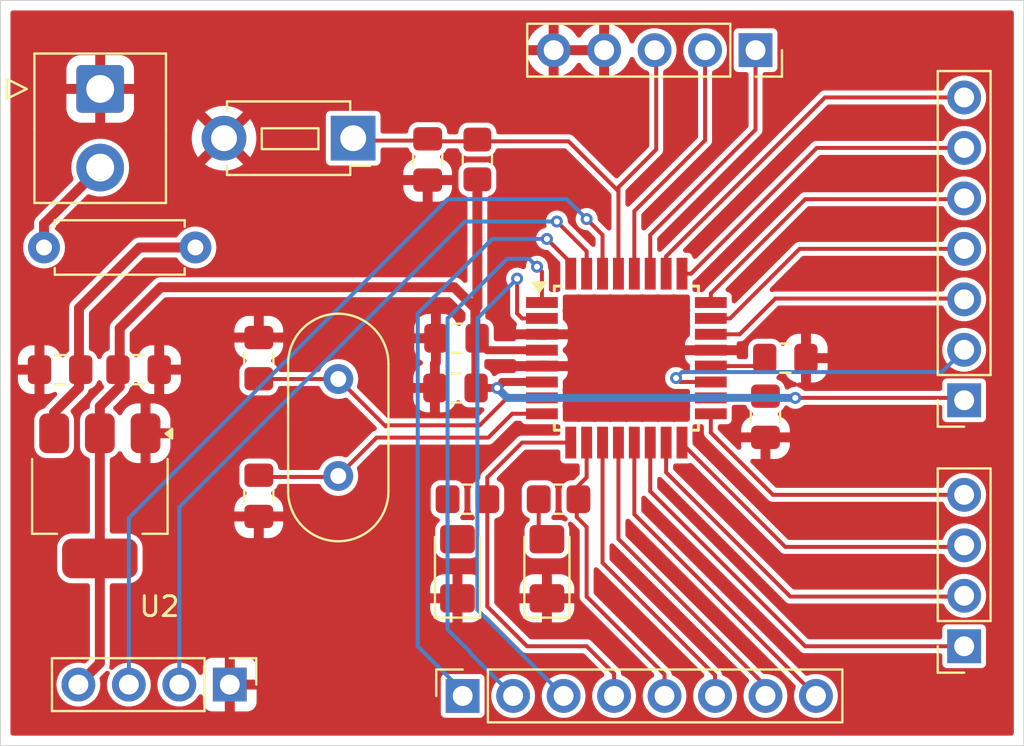
<source format=kicad_pcb>
(kicad_pcb (version 20240108) (generator "pcbnew") (generator_version "8.0")
  (layers (0 "F.Cu" signal) (31 "B.Cu" signal) (34 "B.Paste" user) (35 "F.Paste" user) (36 "B.SilkS" user "B.Silkscreen") (37 "F.SilkS" user "F.Silkscreen") (38 "B.Mask" user) (39 "F.Mask" user) (44 "Edge.Cuts" user))
  (net 0 "")
  (net 1 "GND")
  (net 2 "+5V")
  (net 3 "Net-(U1-AREF)")
  (net 4 "XTAL1_CONN")
  (net 5 "XTAL2_CONN")
  (net 6 "RESET_CONN")
  (net 7 "+7.2V")
  (net 8 "Net-(D1-A)")
  (net 9 "CS")
  (net 10 "PD7")
  (net 11 "PD4")
  (net 12 "MOSI")
  (net 13 "MISO")
  (net 14 "PD6")
  (net 15 "PD5")
  (net 16 "PD3")
  (net 17 "SCK")
  (net 18 "PB1")
  (net 19 "PB0")
  (net 20 "A7")
  (net 21 "PD2")
  (net 22 "A1")
  (net 23 "SDA_CONN")
  (net 24 "A3")
  (net 25 "A6")
  (net 26 "A0")
  (net 27 "SCL_CONN")
  (net 28 "A2")
  (net 29 "RX_CONN")
  (net 30 "TX_CONN")
  (net 31 "Net-(D2-A)")
  (net 32 "Net-(D3-A)")
  (footprint "Resistor_SMD:R_0805_2012Metric_Pad1.20x1.40mm_HandSolder" (layer "F.Cu") (at 157.5875 80.6 180)
    (property "Reference" "R2" (hide yes))
    (property "Value" "1k" (hide yes))
    (fp_line (start -0.227064 0.735) (end 0.227064 0.735) (stroke (width 0.12)) (layer "F.SilkS"))
    (fp_line (start -0.227064 -0.735) (end 0.227064 -0.735) (stroke (width 0.12)) (layer "F.SilkS"))
    (pad "1" smd roundrect (at -1 0 180) (size 1.2 1.4) (layers "F.Cu" "F.Paste" "F.Mask") (roundrect_rratio 0.208333) (net 14 "PD6"))
    (pad "2" smd roundrect (at 1 0 180) (size 1.2 1.4) (layers "F.Cu" "F.Paste" "F.Mask") (roundrect_rratio 0.208333) (net 31 "Net-(D2-A)"))
  )
  (footprint "Capacitor_SMD:C_0805_2012Metric_Pad1.18x1.45mm_HandSolder" (layer "F.Cu") (at 151 63.5 90)
    (property "Reference" "C9" (hide yes))
    (property "Value" "100nF" (hide yes))
    (fp_line (start -0.261252 -0.735) (end 0.261252 -0.735) (stroke (width 0.12)) (layer "F.SilkS"))
    (fp_line (start -0.261252 0.735) (end 0.261252 0.735) (stroke (width 0.12)) (layer "F.SilkS"))
    (pad "1" smd roundrect (at -1.0375 0 90) (size 1.175 1.45) (layers "F.Cu" "F.Paste" "F.Mask") (roundrect_rratio 0.212766) (net 1 "GND"))
    (pad "2" smd roundrect (at 1.0375 0 90) (size 1.175 1.45) (layers "F.Cu" "F.Paste" "F.Mask") (roundrect_rratio 0.212766) (net 6 "RESET_CONN"))
  )
  (footprint "Package_QFP:TQFP-32_7x7mm_P0.8mm" (layer "F.Cu") (at 161 73.5)
    (property "Reference" "U1" (hide yes))
    (property "Value" "ATmega328P-A" (hide yes))
    (fp_line (start -3.625 -3.625) (end -3.625 -3.4) (stroke (width 0.15)) (layer "F.SilkS"))
    (fp_line (start -3.625 -3.625) (end -3.3 -3.625) (stroke (width 0.15)) (layer "F.SilkS"))
    (fp_line (start -3.625 3.625) (end -3.625 3.3) (stroke (width 0.15)) (layer "F.SilkS"))
    (fp_line (start -3.625 3.625) (end -3.3 3.625) (stroke (width 0.15)) (layer "F.SilkS"))
    (fp_line (start 3.625 -3.625) (end 3.3 -3.625) (stroke (width 0.15)) (layer "F.SilkS"))
    (fp_line (start 3.625 -3.625) (end 3.625 -3.3) (stroke (width 0.15)) (layer "F.SilkS"))
    (fp_line (start 3.625 3.625) (end 3.3 3.625) (stroke (width 0.15)) (layer "F.SilkS"))
    (fp_line (start 3.625 3.625) (end 3.625 3.3) (stroke (width 0.15)) (layer "F.SilkS"))
    (fp_poly (pts (xy -4.39 -3.34) (xy -4.73 -3.81) (xy -4.05 -3.81) (xy -4.39 -3.34)) (stroke (width 0.12)) (fill solid) (layer "F.SilkS"))
    (pad "1" smd rect (at -4.25 -2.8) (size 1.6 0.55) (layers "F.Cu" "F.Paste" "F.Mask") (net 16 "PD3"))
    (pad "2" smd rect (at -4.25 -2) (size 1.6 0.55) (layers "F.Cu" "F.Paste" "F.Mask") (net 11 "PD4"))
    (pad "3" smd rect (at -4.25 -1.2) (size 1.6 0.55) (layers "F.Cu" "F.Paste" "F.Mask") (net 1 "GND"))
    (pad "4" smd rect (at -4.25 -0.4) (size 1.6 0.55) (layers "F.Cu" "F.Paste" "F.Mask") (net 2 "+5V"))
    (pad "5" smd rect (at -4.25 0.4) (size 1.6 0.55) (layers "F.Cu" "F.Paste" "F.Mask") (net 1 "GND"))
    (pad "6" smd rect (at -4.25 1.2) (size 1.6 0.55) (layers "F.Cu" "F.Paste" "F.Mask") (net 2 "+5V"))
    (pad "7" smd rect (at -4.25 2) (size 1.6 0.55) (layers "F.Cu" "F.Paste" "F.Mask") (net 4 "XTAL1_CONN"))
    (pad "8" smd rect (at -4.25 2.8) (size 1.6 0.55) (layers "F.Cu" "F.Paste" "F.Mask") (net 5 "XTAL2_CONN"))
    (pad "9" smd rect (at -2.8 4.25 90) (size 1.6 0.55) (layers "F.Cu" "F.Paste" "F.Mask") (net 15 "PD5"))
    (pad "10" smd rect (at -2 4.25 90) (size 1.6 0.55) (layers "F.Cu" "F.Paste" "F.Mask") (net 14 "PD6"))
    (pad "11" smd rect (at -1.2 4.25 90) (size 1.6 0.55) (layers "F.Cu" "F.Paste" "F.Mask") (net 10 "PD7"))
    (pad "12" smd rect (at -0.4 4.25 90) (size 1.6 0.55) (layers "F.Cu" "F.Paste" "F.Mask") (net 19 "PB0"))
    (pad "13" smd rect (at 0.4 4.25 90) (size 1.6 0.55) (layers "F.Cu" "F.Paste" "F.Mask") (net 18 "PB1"))
    (pad "14" smd rect (at 1.2 4.25 90) (size 1.6 0.55) (layers "F.Cu" "F.Paste" "F.Mask") (net 9 "CS"))
    (pad "15" smd rect (at 2 4.25 90) (size 1.6 0.55) (layers "F.Cu" "F.Paste" "F.Mask") (net 12 "MOSI"))
    (pad "16" smd rect (at 2.8 4.25 90) (size 1.6 0.55) (layers "F.Cu" "F.Paste" "F.Mask") (net 13 "MISO"))
    (pad "17" smd rect (at 4.25 2.8) (size 1.6 0.55) (layers "F.Cu" "F.Paste" "F.Mask") (net 17 "SCK"))
    (pad "18" smd rect (at 4.25 2) (size 1.6 0.55) (layers "F.Cu" "F.Paste" "F.Mask") (net 2 "+5V"))
    (pad "19" smd rect (at 4.25 1.2) (size 1.6 0.55) (layers "F.Cu" "F.Paste" "F.Mask") (net 25 "A6"))
    (pad "20" smd rect (at 4.25 0.4) (size 1.6 0.55) (layers "F.Cu" "F.Paste" "F.Mask") (net 3 "Net-(U1-AREF)"))
    (pad "21" smd rect (at 4.25 -0.4) (size 1.6 0.55) (layers "F.Cu" "F.Paste" "F.Mask") (net 1 "GND"))
    (pad "22" smd rect (at 4.25 -1.2) (size 1.6 0.55) (layers "F.Cu" "F.Paste" "F.Mask") (net 20 "A7"))
    (pad "23" smd rect (at 4.25 -2) (size 1.6 0.55) (layers "F.Cu" "F.Paste" "F.Mask") (net 26 "A0"))
    (pad "24" smd rect (at 4.25 -2.8) (size 1.6 0.55) (layers "F.Cu" "F.Paste" "F.Mask") (net 22 "A1"))
    (pad "25" smd rect (at 2.8 -4.25 90) (size 1.6 0.55) (layers "F.Cu" "F.Paste" "F.Mask") (net 28 "A2"))
    (pad "26" smd rect (at 2 -4.25 90) (size 1.6 0.55) (layers "F.Cu" "F.Paste" "F.Mask") (net 24 "A3"))
    (pad "27" smd rect (at 1.2 -4.25 90) (size 1.6 0.55) (layers "F.Cu" "F.Paste" "F.Mask") (net 23 "SDA_CONN"))
    (pad "28" smd rect (at 0.4 -4.25 90) (size 1.6 0.55) (layers "F.Cu" "F.Paste" "F.Mask") (net 27 "SCL_CONN"))
    (pad "29" smd rect (at -0.4 -4.25 90) (size 1.6 0.55) (layers "F.Cu" "F.Paste" "F.Mask") (net 6 "RESET_CONN"))
    (pad "30" smd rect (at -1.2 -4.25 90) (size 1.6 0.55) (layers "F.Cu" "F.Paste" "F.Mask") (net 29 "RX_CONN"))
    (pad "31" smd rect (at -2 -4.25 90) (size 1.6 0.55) (layers "F.Cu" "F.Paste" "F.Mask") (net 30 "TX_CONN"))
    (pad "32" smd rect (at -2.8 -4.25 90) (size 1.6 0.55) (layers "F.Cu" "F.Paste" "F.Mask") (net 21 "PD2"))
  )
  (footprint "Connector_PinSocket_2.54mm:PinSocket_1x08_P2.54mm_Vertical" (layer "F.Cu") (at 152.76 90.5 90)
    (property "Reference" "J3" (hide yes))
    (property "Value" "Conn_01x08_Socket" (hide yes))
    (fp_line (start 1.33 -1.33) (end 1.33 0) (stroke (width 0.12)) (layer "F.SilkS"))
    (fp_line (start 0 -1.33) (end 1.33 -1.33) (stroke (width 0.12)) (layer "F.SilkS"))
    (fp_line (start 1.33 1.27) (end 1.33 19.11) (stroke (width 0.12)) (layer "F.SilkS"))
    (fp_line (start -1.33 1.27) (end 1.33 1.27) (stroke (width 0.12)) (layer "F.SilkS"))
    (fp_line (start -1.33 1.27) (end -1.33 19.11) (stroke (width 0.12)) (layer "F.SilkS"))
    (fp_line (start -1.33 19.11) (end 1.33 19.11) (stroke (width 0.12)) (layer "F.SilkS"))
    (pad "1" thru_hole rect (at 0 0 90) (size 1.7 1.7) (drill 1) (layers "*.Cu" "*.Mask") (net 21 "PD2"))
    (pad "2" thru_hole oval (at 0 2.54 90) (size 1.7 1.7) (drill 1) (layers "*.Cu" "*.Mask") (net 16 "PD3"))
    (pad "3" thru_hole oval (at 0 5.08 90) (size 1.7 1.7) (drill 1) (layers "*.Cu" "*.Mask") (net 11 "PD4"))
    (pad "4" thru_hole oval (at 0 7.62 90) (size 1.7 1.7) (drill 1) (layers "*.Cu" "*.Mask") (net 15 "PD5"))
    (pad "5" thru_hole oval (at 0 10.16 90) (size 1.7 1.7) (drill 1) (layers "*.Cu" "*.Mask") (net 14 "PD6"))
    (pad "6" thru_hole oval (at 0 12.7 90) (size 1.7 1.7) (drill 1) (layers "*.Cu" "*.Mask") (net 10 "PD7"))
    (pad "7" thru_hole oval (at 0 15.24 90) (size 1.7 1.7) (drill 1) (layers "*.Cu" "*.Mask") (net 19 "PB0"))
    (pad "8" thru_hole oval (at 0 17.78 90) (size 1.7 1.7) (drill 1) (layers "*.Cu" "*.Mask") (net 18 "PB1"))
  )
  (footprint "Connector_PinHeader_2.54mm:PinHeader_1x04_P2.54mm_Vertical" (layer "F.Cu") (at 141.04 89.93 -90)
    (property "Reference" "J2" (hide yes))
    (property "Value" "UART" (hide yes))
    (fp_line (start -1.33 8.95) (end 1.33 8.95) (stroke (width 0.12)) (layer "F.SilkS"))
    (fp_line (start -1.33 1.27) (end -1.33 8.95) (stroke (width 0.12)) (layer "F.SilkS"))
    (fp_line (start -1.33 1.27) (end 1.33 1.27) (stroke (width 0.12)) (layer "F.SilkS"))
    (fp_line (start 1.33 1.27) (end 1.33 8.95) (stroke (width 0.12)) (layer "F.SilkS"))
    (fp_line (start -1.33 0) (end -1.33 -1.33) (stroke (width 0.12)) (layer "F.SilkS"))
    (fp_line (start -1.33 -1.33) (end 0 -1.33) (stroke (width 0.12)) (layer "F.SilkS"))
    (pad "1" thru_hole rect (at 0 0 270) (size 1.7 1.7) (drill 1) (layers "*.Cu" "*.Mask") (net 1 "GND"))
    (pad "2" thru_hole oval (at 0 2.54 270) (size 1.7 1.7) (drill 1) (layers "*.Cu" "*.Mask") (net 30 "TX_CONN"))
    (pad "3" thru_hole oval (at 0 5.08 270) (size 1.7 1.7) (drill 1) (layers "*.Cu" "*.Mask") (net 29 "RX_CONN"))
    (pad "4" thru_hole oval (at 0 7.62 270) (size 1.7 1.7) (drill 1) (layers "*.Cu" "*.Mask") (net 2 "+5V"))
  )
  (footprint "Connector_PinSocket_2.54mm:PinSocket_1x07_P2.54mm_Vertical" (layer "F.Cu") (at 178 75.62 180)
    (property "Reference" "J7" (hide yes))
    (property "Value" "Conn_01x07_Socket" (hide yes))
    (fp_line (start 1.33 1.27) (end 1.33 16.57) (stroke (width 0.12)) (layer "F.SilkS"))
    (fp_line (start 1.33 -1.33) (end 1.33 0) (stroke (width 0.12)) (layer "F.SilkS"))
    (fp_line (start 0 -1.33) (end 1.33 -1.33) (stroke (width 0.12)) (layer "F.SilkS"))
    (fp_line (start -1.33 16.57) (end 1.33 16.57) (stroke (width 0.12)) (layer "F.SilkS"))
    (fp_line (start -1.33 1.27) (end 1.33 1.27) (stroke (width 0.12)) (layer "F.SilkS"))
    (fp_line (start -1.33 1.27) (end -1.33 16.57) (stroke (width 0.12)) (layer "F.SilkS"))
    (pad "1" thru_hole rect (at 0 0 180) (size 1.7 1.7) (drill 1) (layers "*.Cu" "*.Mask") (net 2 "+5V"))
    (pad "2" thru_hole oval (at 0 2.54 180) (size 1.7 1.7) (drill 1) (layers "*.Cu" "*.Mask") (net 25 "A6"))
    (pad "3" thru_hole oval (at 0 5.08 180) (size 1.7 1.7) (drill 1) (layers "*.Cu" "*.Mask") (net 20 "A7"))
    (pad "4" thru_hole oval (at 0 7.62 180) (size 1.7 1.7) (drill 1) (layers "*.Cu" "*.Mask") (net 26 "A0"))
    (pad "5" thru_hole oval (at 0 10.16 180) (size 1.7 1.7) (drill 1) (layers "*.Cu" "*.Mask") (net 22 "A1"))
    (pad "6" thru_hole oval (at 0 12.7 180) (size 1.7 1.7) (drill 1) (layers "*.Cu" "*.Mask") (net 28 "A2"))
    (pad "7" thru_hole oval (at 0 15.24 180) (size 1.7 1.7) (drill 1) (layers "*.Cu" "*.Mask") (net 24 "A3"))
  )
  (footprint "Crystal:Crystal_HC49-4H_Vertical" (layer "F.Cu") (at 146.5 74.55 -90)
    (property "Reference" "Y1" (hide yes))
    (property "Value" "Crystal" (hide yes))
    (fp_line (start -0.76 2.525) (end 5.64 2.525) (stroke (width 0.12)) (layer "F.SilkS"))
    (fp_line (start -0.76 -2.525) (end 5.64 -2.525) (stroke (width 0.12)) (layer "F.SilkS"))
    (fp_arc (start -0.76 2.525) (mid -3.285 0) (end -0.76 -2.525) (stroke (width 0.12)) (layer "F.SilkS"))
    (fp_arc (start 5.64 -2.525) (mid 8.165 0) (end 5.64 2.525) (stroke (width 0.12)) (layer "F.SilkS"))
    (pad "1" thru_hole circle (at 0 0 270) (size 1.5 1.5) (drill 0.8) (layers "*.Cu" "*.Mask") (net 4 "XTAL1_CONN"))
    (pad "2" thru_hole circle (at 4.88 0 270) (size 1.5 1.5) (drill 0.8) (layers "*.Cu" "*.Mask") (net 5 "XTAL2_CONN"))
  )
  (footprint "Connector_TE-Connectivity:TE_826576-2_1x02_P3.96mm_Vertical" (layer "F.Cu") (at 134.5175 59.95 -90)
    (property "Reference" "J1" (hide yes))
    (property "Value" "input_supply" (hide yes))
    (fp_line (start -0.5 4.7) (end 0 3.7) (stroke (width 0.12)) (layer "F.SilkS"))
    (fp_line (start 0.5 4.7) (end -0.5 4.7) (stroke (width 0.12)) (layer "F.SilkS"))
    (fp_line (start 0 3.7) (end 0.5 4.7) (stroke (width 0.12)) (layer "F.SilkS"))
    (fp_line (start -1.78 3.31) (end 1.98 3.31) (stroke (width 0.12)) (layer "F.SilkS"))
    (fp_line (start 5.74 3.31) (end 1.98 3.31) (stroke (width 0.12)) (layer "F.SilkS"))
    (fp_line (start -1.78 -3.31) (end -1.78 3.31) (stroke (width 0.12)) (layer "F.SilkS"))
    (fp_line (start 1.98 -3.31) (end -1.78 -3.31) (stroke (width 0.12)) (layer "F.SilkS"))
    (fp_line (start 1.98 -3.31) (end 5.74 -3.31) (stroke (width 0.12)) (layer "F.SilkS"))
    (fp_line (start 5.74 -3.31) (end 5.74 3.31) (stroke (width 0.12)) (layer "F.SilkS"))
    (pad "1" thru_hole roundrect (at 0 0 270) (size 2.4 2.4) (drill 1.4) (layers "*.Cu" "*.Mask") (roundrect_rratio 0.104167) (net 1 "GND"))
    (pad "2" thru_hole circle (at 3.96 0 270) (size 2.4 2.4) (drill 1.4) (layers "*.Cu" "*.Mask") (net 32 "Net-(D3-A)"))
  )
  (footprint "LED_SMD:LED_1206_3216Metric_Pad1.42x1.75mm_HandSolder" (layer "F.Cu") (at 157 84.1 90)
    (property "Reference" "D2" (hide yes))
    (property "Value" "LED" (hide yes))
    (fp_line (start 1.6 -1.135) (end -2.46 -1.135) (stroke (width 0.12)) (layer "F.SilkS"))
    (fp_line (start -2.46 -1.135) (end -2.46 1.135) (stroke (width 0.12)) (layer "F.SilkS"))
    (fp_line (start -2.46 1.135) (end 1.6 1.135) (stroke (width 0.12)) (layer "F.SilkS"))
    (pad "1" smd roundrect (at -1.4875 0 90) (size 1.425 1.75) (layers "F.Cu" "F.Paste" "F.Mask") (roundrect_rratio 0.175439) (net 1 "GND"))
    (pad "2" smd roundrect (at 1.4875 0 90) (size 1.425 1.75) (layers "F.Cu" "F.Paste" "F.Mask") (roundrect_rratio 0.175439) (net 31 "Net-(D2-A)"))
  )
  (footprint "Connector_PinSocket_2.54mm:PinSocket_1x05_P2.54mm_Vertical" (layer "F.Cu") (at 167.5 58 -90)
    (property "Reference" "J5" (hide yes))
    (property "Value" "Conn_01x05_Socket" (hide yes))
    (fp_line (start -1.33 11.49) (end 1.33 11.49) (stroke (width 0.12)) (layer "F.SilkS"))
    (fp_line (start -1.33 1.27) (end -1.33 11.49) (stroke (width 0.12)) (layer "F.SilkS"))
    (fp_line (start -1.33 1.27) (end 1.33 1.27) (stroke (width 0.12)) (layer "F.SilkS"))
    (fp_line (start 1.33 1.27) (end 1.33 11.49) (stroke (width 0.12)) (layer "F.SilkS"))
    (fp_line (start 0 -1.33) (end 1.33 -1.33) (stroke (width 0.12)) (layer "F.SilkS"))
    (fp_line (start 1.33 -1.33) (end 1.33 0) (stroke (width 0.12)) (layer "F.SilkS"))
    (pad "1" thru_hole rect (at 0 0 270) (size 1.7 1.7) (drill 1) (layers "*.Cu" "*.Mask") (net 23 "SDA_CONN"))
    (pad "2" thru_hole oval (at 0 2.54 270) (size 1.7 1.7) (drill 1) (layers "*.Cu" "*.Mask") (net 27 "SCL_CONN"))
    (pad "3" thru_hole oval (at 0 5.08 270) (size 1.7 1.7) (drill 1) (layers "*.Cu" "*.Mask") (net 6 "RESET_CONN"))
    (pad "4" thru_hole oval (at 0 7.62 270) (size 1.7 1.7) (drill 1) (layers "*.Cu" "*.Mask") (net 1 "GND"))
    (pad "5" thru_hole oval (at 0 10.16 270) (size 1.7 1.7) (drill 1) (layers "*.Cu" "*.Mask") (net 1 "GND"))
  )
  (footprint "Connector_PinSocket_2.54mm:PinSocket_1x04_P2.54mm_Vertical" (layer "F.Cu") (at 178 88 180)
    (property "Reference" "J6" (hide yes))
    (property "Value" "Conn_01x04_Socket" (hide yes))
    (fp_line (start 1.33 1.27) (end 1.33 8.95) (stroke (width 0.12)) (layer "F.SilkS"))
    (fp_line (start 1.33 -1.33) (end 1.33 0) (stroke (width 0.12)) (layer "F.SilkS"))
    (fp_line (start 0 -1.33) (end 1.33 -1.33) (stroke (width 0.12)) (layer "F.SilkS"))
    (fp_line (start -1.33 8.95) (end 1.33 8.95) (stroke (width 0.12)) (layer "F.SilkS"))
    (fp_line (start -1.33 1.27) (end 1.33 1.27) (stroke (width 0.12)) (layer "F.SilkS"))
    (fp_line (start -1.33 1.27) (end -1.33 8.95) (stroke (width 0.12)) (layer "F.SilkS"))
    (pad "1" thru_hole rect (at 0 0 180) (size 1.7 1.7) (drill 1) (layers "*.Cu" "*.Mask") (net 9 "CS"))
    (pad "2" thru_hole oval (at 0 2.54 180) (size 1.7 1.7) (drill 1) (layers "*.Cu" "*.Mask") (net 12 "MOSI"))
    (pad "3" thru_hole oval (at 0 5.08 180) (size 1.7 1.7) (drill 1) (layers "*.Cu" "*.Mask") (net 13 "MISO"))
    (pad "4" thru_hole oval (at 0 7.62 180) (size 1.7 1.7) (drill 1) (layers "*.Cu" "*.Mask") (net 17 "SCK"))
  )
  (footprint "Capacitor_SMD:C_0805_2012Metric_Pad1.18x1.45mm_HandSolder" (layer "F.Cu") (at 132.5 74.08)
    (property "Reference" "C2" (hide yes))
    (property "Value" "10uF" (hide yes))
    (fp_line (start -0.261252 -0.735) (end 0.261252 -0.735) (stroke (width 0.12)) (layer "F.SilkS"))
    (fp_line (start -0.261252 0.735) (end 0.261252 0.735) (stroke (width 0.12)) (layer "F.SilkS"))
    (pad "1" smd roundrect (at -1.0375 0) (size 1.175 1.45) (layers "F.Cu" "F.Paste" "F.Mask") (roundrect_rratio 0.212766) (net 1 "GND"))
    (pad "2" smd roundrect (at 1.0375 0) (size 1.175 1.45) (layers "F.Cu" "F.Paste" "F.Mask") (roundrect_rratio 0.212766) (net 7 "+7.2V"))
  )
  (footprint "Capacitor_SMD:C_0805_2012Metric_Pad1.18x1.45mm_HandSolder" (layer "F.Cu") (at 152.4 75)
    (property "Reference" "C3" (hide yes))
    (property "Value" "100nF" (hide yes))
    (fp_line (start -0.261252 -0.735) (end 0.261252 -0.735) (stroke (width 0.12)) (layer "F.SilkS"))
    (fp_line (start -0.261252 0.735) (end 0.261252 0.735) (stroke (width 0.12)) (layer "F.SilkS"))
    (pad "1" smd roundrect (at -1.0375 0) (size 1.175 1.45) (layers "F.Cu" "F.Paste" "F.Mask") (roundrect_rratio 0.212766) (net 1 "GND"))
    (pad "2" smd roundrect (at 1.0375 0) (size 1.175 1.45) (layers "F.Cu" "F.Paste" "F.Mask") (roundrect_rratio 0.212766) (net 2 "+5V"))
  )
  (footprint "Button_Switch_THT:SW_PUSH_1P1T_6x3.5mm_H5.0_APEM_MJTP1250" (layer "F.Cu") (at 147.25 62.43 180)
    (property "Reference" "SW1" (hide yes))
    (property "Value" "SW_Push" (hide yes))
    (fp_line (start 6.35 1.39) (end 6.35 1.85) (stroke (width 0.12)) (layer "F.SilkS"))
    (fp_line (start 6.35 -1.85) (end 6.35 -1.39) (stroke (width 0.12)) (layer "F.SilkS"))
    (fp_line (start 6.35 -1.85) (end 0.15 -1.85) (stroke (width 0.12)) (layer "F.SilkS"))
    (fp_line (start 0.15 1.85) (end 6.35 1.85) (stroke (width 0.12)) (layer "F.SilkS"))
    (fp_line (start 0.15 1.39) (end 0.15 1.85) (stroke (width 0.12)) (layer "F.SilkS"))
    (fp_line (start 0.15 -1.39) (end -0.85 -1.39) (stroke (width 0.12)) (layer "F.SilkS"))
    (fp_line (start 0.15 -1.85) (end 0.15 -1.39) (stroke (width 0.12)) (layer "F.SilkS"))
    (fp_rect (start 1.75 -0.55) (end 4.6 0.5) (stroke (width 0.12)) (fill none) (layer "F.SilkS"))
    (pad "1" thru_hole rect (at 0 0 270) (size 2.25 2.25) (drill 1.3) (layers "*.Cu" "*.Mask") (net 6 "RESET_CONN"))
    (pad "2" thru_hole circle (at 6.5 0 270) (size 2.25 2.25) (drill 1.3) (layers "*.Cu" "*.Mask") (net 1 "GND"))
  )
  (footprint "Resistor_SMD:R_0805_2012Metric_Pad1.20x1.40mm_HandSolder" (layer "F.Cu") (at 153 80.6 180)
    (property "Reference" "R1" (hide yes))
    (property "Value" "1k" (hide yes))
    (fp_line (start -0.227064 0.735) (end 0.227064 0.735) (stroke (width 0.12)) (layer "F.SilkS"))
    (fp_line (start -0.227064 -0.735) (end 0.227064 -0.735) (stroke (width 0.12)) (layer "F.SilkS"))
    (pad "1" smd roundrect (at -1 0 180) (size 1.2 1.4) (layers "F.Cu" "F.Paste" "F.Mask") (roundrect_rratio 0.208333) (net 15 "PD5"))
    (pad "2" smd roundrect (at 1 0 180) (size 1.2 1.4) (layers "F.Cu" "F.Paste" "F.Mask") (roundrect_rratio 0.208333) (net 8 "Net-(D1-A)"))
  )
  (footprint "Capacitor_SMD:C_0805_2012Metric_Pad1.18x1.45mm_HandSolder" (layer "F.Cu") (at 142.5 73.5 -90)
    (property "Reference" "C7" (hide yes))
    (property "Value" "15pF" (hide yes))
    (fp_line (start -0.261252 0.735) (end 0.261252 0.735) (stroke (width 0.12)) (layer "F.SilkS"))
    (fp_line (start -0.261252 -0.735) (end 0.261252 -0.735) (stroke (width 0.12)) (layer "F.SilkS"))
    (pad "1" smd roundrect (at -1.0375 0 270) (size 1.175 1.45) (layers "F.Cu" "F.Paste" "F.Mask") (roundrect_rratio 0.212766) (net 1 "GND"))
    (pad "2" smd roundrect (at 1.0375 0 270) (size 1.175 1.45) (layers "F.Cu" "F.Paste" "F.Mask") (roundrect_rratio 0.212766) (net 4 "XTAL1_CONN"))
  )
  (footprint "LED_SMD:LED_1206_3216Metric_Pad1.42x1.75mm_HandSolder" (layer "F.Cu") (at 152.5 84.1 90)
    (property "Reference" "D1" (hide yes))
    (property "Value" "LED" (hide yes))
    (fp_line (start 1.6 -1.135) (end -2.46 -1.135) (stroke (width 0.12)) (layer "F.SilkS"))
    (fp_line (start -2.46 -1.135) (end -2.46 1.135) (stroke (width 0.12)) (layer "F.SilkS"))
    (fp_line (start -2.46 1.135) (end 1.6 1.135) (stroke (width 0.12)) (layer "F.SilkS"))
    (pad "1" smd roundrect (at -1.4875 0 90) (size 1.425 1.75) (layers "F.Cu" "F.Paste" "F.Mask") (roundrect_rratio 0.175439) (net 1 "GND"))
    (pad "2" smd roundrect (at 1.4875 0 90) (size 1.425 1.75) (layers "F.Cu" "F.Paste" "F.Mask") (roundrect_rratio 0.175439) (net 8 "Net-(D1-A)"))
  )
  (footprint "Capacitor_SMD:C_0805_2012Metric_Pad1.18x1.45mm_HandSolder" (layer "F.Cu") (at 152.45 72.5)
    (property "Reference" "C4" (hide yes))
    (property "Value" "100nF" (hide yes))
    (fp_line (start -0.261252 -0.735) (end 0.261252 -0.735) (stroke (width 0.12)) (layer "F.SilkS"))
    (fp_line (start -0.261252 0.735) (end 0.261252 0.735) (stroke (width 0.12)) (layer "F.SilkS"))
    (pad "1" smd roundrect (at -1.0375 0) (size 1.175 1.45) (layers "F.Cu" "F.Paste" "F.Mask") (roundrect_rratio 0.212766) (net 1 "GND"))
    (pad "2" smd roundrect (at 1.0375 0) (size 1.175 1.45) (layers "F.Cu" "F.Paste" "F.Mask") (roundrect_rratio 0.212766) (net 2 "+5V"))
  )
  (footprint "Capacitor_SMD:C_0805_2012Metric_Pad1.18x1.45mm_HandSolder" (layer "F.Cu") (at 142.5 80.43 90)
    (property "Reference" "C8" (hide yes))
    (property "Value" "15pF" (hide yes))
    (fp_line (start -0.261252 -0.735) (end 0.261252 -0.735) (stroke (width 0.12)) (layer "F.SilkS"))
    (fp_line (start -0.261252 0.735) (end 0.261252 0.735) (stroke (width 0.12)) (layer "F.SilkS"))
    (pad "1" smd roundrect (at -1.0375 0 90) (size 1.175 1.45) (layers "F.Cu" "F.Paste" "F.Mask") (roundrect_rratio 0.212766) (net 1 "GND"))
    (pad "2" smd roundrect (at 1.0375 0 90) (size 1.175 1.45) (layers "F.Cu" "F.Paste" "F.Mask") (roundrect_rratio 0.212766) (net 5 "XTAL2_CONN"))
  )
  (footprint "Capacitor_SMD:C_0805_2012Metric_Pad1.18x1.45mm_HandSolder" (layer "F.Cu") (at 169 73.5 180)
    (property "Reference" "C1" (hide yes))
    (property "Value" "100nF" (hide yes))
    (fp_line (start -0.261252 0.735) (end 0.261252 0.735) (stroke (width 0.12)) (layer "F.SilkS"))
    (fp_line (start -0.261252 -0.735) (end 0.261252 -0.735) (stroke (width 0.12)) (layer "F.SilkS"))
    (pad "1" smd roundrect (at -1.0375 0 180) (size 1.175 1.45) (layers "F.Cu" "F.Paste" "F.Mask") (roundrect_rratio 0.212766) (net 1 "GND"))
    (pad "2" smd roundrect (at 1.0375 0 180) (size 1.175 1.45) (layers "F.Cu" "F.Paste" "F.Mask") (roundrect_rratio 0.212766) (net 3 "Net-(U1-AREF)"))
  )
  (footprint "Capacitor_SMD:C_0805_2012Metric_Pad1.18x1.45mm_HandSolder" (layer "F.Cu") (at 136.45 74.08 180)
    (property "Reference" "C6" (hide yes))
    (property "Value" "10uF" (hide yes))
    (fp_line (start -0.261252 0.735) (end 0.261252 0.735) (stroke (width 0.12)) (layer "F.SilkS"))
    (fp_line (start -0.261252 -0.735) (end 0.261252 -0.735) (stroke (width 0.12)) (layer "F.SilkS"))
    (pad "1" smd roundrect (at -1.0375 0 180) (size 1.175 1.45) (layers "F.Cu" "F.Paste" "F.Mask") (roundrect_rratio 0.212766) (net 1 "GND"))
    (pad "2" smd roundrect (at 1.0375 0 180) (size 1.175 1.45) (layers "F.Cu" "F.Paste" "F.Mask") (roundrect_rratio 0.212766) (net 2 "+5V"))
  )
  (footprint "Resistor_SMD:R_0805_2012Metric_Pad1.20x1.40mm_HandSolder" (layer "F.Cu") (at 153.5 63.5 90)
    (property "Reference" "R3" (hide yes))
    (property "Value" "10k" (hide yes))
    (fp_line (start -0.227064 -0.735) (end 0.227064 -0.735) (stroke (width 0.12)) (layer "F.SilkS"))
    (fp_line (start -0.227064 0.735) (end 0.227064 0.735) (stroke (width 0.12)) (layer "F.SilkS"))
    (pad "1" smd roundrect (at -1 0 90) (size 1.2 1.4) (layers "F.Cu" "F.Paste" "F.Mask") (roundrect_rratio 0.208333) (net 2 "+5V"))
    (pad "2" smd roundrect (at 1 0 90) (size 1.2 1.4) (layers "F.Cu" "F.Paste" "F.Mask") (roundrect_rratio 0.208333) (net 6 "RESET_CONN"))
  )
  (footprint "Resistor_THT:R_Axial_DIN0207_L6.3mm_D2.5mm_P7.62mm_Horizontal" (layer "F.Cu") (at 139.31 67.93 180)
    (property "Reference" "D3" (hide yes))
    (property "Value" "D_Schottky" (hide yes))
    (fp_line (start 7.08 1.37) (end 7.08 1.04) (stroke (width 0.12)) (layer "F.SilkS"))
    (fp_line (start 7.08 -1.37) (end 7.08 -1.04) (stroke (width 0.12)) (layer "F.SilkS"))
    (fp_line (start 0.54 1.37) (end 7.08 1.37) (stroke (width 0.12)) (layer "F.SilkS"))
    (fp_line (start 0.54 1.04) (end 0.54 1.37) (stroke (width 0.12)) (layer "F.SilkS"))
    (fp_line (start 0.54 -1.04) (end 0.54 -1.37) (stroke (width 0.12)) (layer "F.SilkS"))
    (fp_line (start 0.54 -1.37) (end 7.08 -1.37) (stroke (width 0.12)) (layer "F.SilkS"))
    (pad "1" thru_hole circle (at 0 0 180) (size 1.6 1.6) (drill 0.8) (layers "*.Cu" "*.Mask") (net 7 "+7.2V"))
    (pad "2" thru_hole oval (at 7.62 0 180) (size 1.6 1.6) (drill 0.8) (layers "*.Cu" "*.Mask") (net 32 "Net-(D3-A)"))
  )
  (footprint "Package_TO_SOT_SMD:SOT-223-3_TabPin2" (layer "F.Cu") (at 134.5 80.43 -90)
    (property "Reference" "U2" (at 5.57 -3 180) (layer "F.SilkS"))
    (property "Value" "NCP1117-5.0_SOT223" (hide yes))
    (fp_line (start -1.85 3.41) (end 1.91 3.41) (stroke (width 0.12)) (layer "F.SilkS"))
    (fp_line (start 1.91 3.41) (end 1.91 2.15) (stroke (width 0.12)) (layer "F.SilkS"))
    (fp_line (start -1.85 -3.41) (end 1.91 -3.41) (stroke (width 0.12)) (layer "F.SilkS"))
    (fp_line (start 1.91 -3.41) (end 1.91 -2.15) (stroke (width 0.12)) (layer "F.SilkS"))
    (fp_poly (pts (xy -3.13 -3.31) (xy -3.37 -3.64) (xy -2.89 -3.64) (xy -3.13 -3.31)) (stroke (width 0.12)) (fill solid) (layer "F.SilkS"))
    (pad "1" smd roundrect (at -3.15 -2.3 270) (size 2 1.5) (layers "F.Cu" "F.Paste" "F.Mask") (net 1 "GND"))
    (pad "2" smd roundrect (at -3.15 0 270) (size 2 1.5) (layers "F.Cu" "F.Paste" "F.Mask") (net 2 "+5V"))
    (pad "2" smd roundrect (at 3.15 0 270) (size 2 3.8) (layers "F.Cu" "F.Paste" "F.Mask") (net 2 "+5V"))
    (pad "3" smd roundrect (at -3.15 2.3 270) (size 2 1.5) (layers "F.Cu" "F.Paste" "F.Mask") (net 7 "+7.2V"))
  )
  (footprint "Capacitor_SMD:C_0805_2012Metric_Pad1.18x1.45mm_HandSolder" (layer "F.Cu") (at 168 76.45 90)
    (property "Reference" "C5" (hide yes))
    (property "Value" "100nF" (hide yes))
    (fp_line (start -0.261252 -0.735) (end 0.261252 -0.735) (stroke (width 0.12)) (layer "F.SilkS"))
    (fp_line (start -0.261252 0.735) (end 0.261252 0.735) (stroke (width 0.12)) (layer "F.SilkS"))
    (pad "1" smd roundrect (at -1.0375 0 90) (size 1.175 1.45) (layers "F.Cu" "F.Paste" "F.Mask") (roundrect_rratio 0.212766) (net 1 "GND"))
    (pad "2" smd roundrect (at 1.0375 0 90) (size 1.175 1.45) (layers "F.Cu" "F.Paste" "F.Mask") (roundrect_rratio 0.212766) (net 2 "+5V"))
  )
  (gr_rect (start 129.5 55.5) (end 181 93) (stroke (width 0.05)) (fill none) (layer "Edge.Cuts"))
  (segment (start 131.55 74.08) (end 131.55 74.53) (width 0.2) (layer "F.Cu") (net 1))
  (segment (start 152.33 69.93) (end 137.57 69.93) (width 0.5) (layer "F.Cu") (net 2))
  (segment (start 153.4 71) (end 153.5 70.9) (width 0.5) (layer "F.Cu") (net 2))
  (segment (start 153.4 71) (end 152.33 69.93) (width 0.5) (layer "F.Cu") (net 2))
  (segment (start 168 75.5) (end 169.5 75.5) (width 0.2) (layer "F.Cu") (net 2))
  (segment (start 137.57 69.93) (end 135.5 72) (width 0.5) (layer "F.Cu") (net 2))
  (segment (start 134.5 77.28) (end 134.5 88.85) (width 0.5) (layer "F.Cu") (net 2))
  (segment (start 154.75 74.75) (end 154.5 75) (width 0.4) (layer "F.Cu") (net 2))
  (segment (start 165.25 75.5) (end 168 75.5) (width 0.2) (layer "F.Cu") (net 2))
  (segment (start 154.5 75) (end 153.35 75) (width 0.4) (layer "F.Cu") (net 2))
  (segment (start 156.75 73.1) (end 154 73.1) (width 0.4) (layer "F.Cu") (net 2))
  (segment (start 153.35 75) (end 153.65 74.7) (width 0.4) (layer "F.Cu") (net 2))
  (segment (start 153.4 71) (end 153.4 72.5) (width 0.5) (layer "F.Cu") (net 2))
  (segment (start 134.5 75.93) (end 134.5 77.28) (width 0.5) (layer "F.Cu") (net 2))
  (segment (start 154.75 74.7) (end 154.75 74.75) (width 0.4) (layer "F.Cu") (net 2))
  (segment (start 135.5 72) (end 135.5 74.08) (width 0.5) (layer "F.Cu") (net 2))
  (segment (start 153.4 72.5) (end 153.4 74.95) (width 0.4) (layer "F.Cu") (net 2))
  (segment (start 153.5 70.9) (end 153.5 64.4125) (width 0.5) (layer "F.Cu") (net 2))
  (segment (start 154.75 74.7) (end 156.75 74.7) (width 0.4) (layer "F.Cu") (net 2))
  (segment (start 177.88 75.5) (end 178 75.62) (width 0.2) (layer "F.Cu") (net 2))
  (segment (start 153.4 72.5) (end 153.15 72.25) (width 0.4) (layer "F.Cu") (net 2))
  (segment (start 134.5 88.85) (end 133.42 89.93) (width 0.5) (layer "F.Cu") (net 2))
  (segment (start 153.4 74.95) (end 153.35 75) (width 0.4) (layer "F.Cu") (net 2))
  (segment (start 169.5 75.5) (end 177.88 75.5) (width 0.2) (layer "F.Cu") (net 2))
  (segment (start 135.5 74.93) (end 134.5 75.93) (width 0.5) (layer "F.Cu") (net 2))
  (segment (start 154 73.1) (end 153.4 72.5) (width 0.4) (layer "F.Cu") (net 2))
  (segment (start 135.5 74.08) (end 135.5 74.93) (width 0.5) (layer "F.Cu") (net 2))
  (via (at 154.5 75) (size 0.6) (drill 0.3) (layers "F.Cu" "B.Cu") (net 2))
  (via (at 169.5 75.5) (size 0.6) (drill 0.3) (layers "F.Cu" "B.Cu") (net 2))
  (segment (start 155 75.5) (end 154.5 75) (width 0.4) (layer "B.Cu") (net 2))
  (segment (start 169.5 75.5) (end 155 75.5) (width 0.4) (layer "B.Cu") (net 2))
  (segment (start 165.25 73.9) (end 167.5625 73.9) (width 0.2) (layer "F.Cu") (net 3))
  (segment (start 167.5625 73.9) (end 167.9625 73.5) (width 0.2) (layer "F.Cu") (net 3))
  (segment (start 142.6 74.55) (end 142.5 74.45) (width 0.2) (layer "F.Cu") (net 4))
  (segment (start 148.88 76.93) (end 146.5 74.55) (width 0.2) (layer "F.Cu") (net 4))
  (segment (start 146.5 74.55) (end 142.6 74.55) (width 0.2) (layer "F.Cu") (net 4))
  (segment (start 153.62 76.88) (end 148.93 76.88) (width 0.2) (layer "F.Cu") (net 4))
  (segment (start 148.93 76.88) (end 148.88 76.93) (width 0.2) (layer "F.Cu") (net 4))
  (segment (start 156.75 75.5) (end 155 75.5) (width 0.2) (layer "F.Cu") (net 4))
  (segment (start 155 75.5) (end 153.62 76.88) (width 0.2) (layer "F.Cu") (net 4))
  (segment (start 155.25 76.3) (end 154.05 77.5) (width 0.2) (layer "F.Cu") (net 5))
  (segment (start 154.05 77.5) (end 148.43 77.5) (width 0.2) (layer "F.Cu") (net 5))
  (segment (start 146.45 79.48) (end 146.5 79.43) (width 0.2) (layer "F.Cu") (net 5))
  (segment (start 142.5 79.48) (end 146.45 79.48) (width 0.2) (layer "F.Cu") (net 5))
  (segment (start 156.75 76.3) (end 155.25 76.3) (width 0.2) (layer "F.Cu") (net 5))
  (segment (start 148.43 77.5) (end 146.5 79.43) (width 0.2) (layer "F.Cu") (net 5))
  (segment (start 160.6 65.395) (end 160.6 65.1) (width 0.2) (layer "F.Cu") (net 6))
  (segment (start 153.5875 62.5) (end 153.5 62.5875) (width 0.2) (layer "F.Cu") (net 6))
  (segment (start 160.6 64.9) (end 162.5 63) (width 0.2) (layer "F.Cu") (net 6))
  (segment (start 160.6 65.395) (end 160.6 64.9) (width 0.2) (layer "F.Cu") (net 6))
  (segment (start 147.37 62.55) (end 147.25 62.43) (width 0.2) (layer "F.Cu") (net 6))
  (segment (start 160.6 65.1) (end 158.0875 62.5875) (width 0.2) (layer "F.Cu") (net 6))
  (segment (start 158.0875 62.5875) (end 153.5 62.5875) (width 0.2) (layer "F.Cu") (net 6))
  (segment (start 151 62.55) (end 150.88 62.43) (width 0.2) (layer "F.Cu") (net 6))
  (segment (start 162.5 63) (end 162.5 58.08) (width 0.2) (layer "F.Cu") (net 6))
  (segment (start 160.6 65.395) (end 160.6 69.25) (width 0.2) (layer "F.Cu") (net 6))
  (segment (start 153.5 62.5875) (end 151.0375 62.5875) (width 0.2) (layer "F.Cu") (net 6))
  (segment (start 162.5 58.08) (end 162.42 58) (width 0.2) (layer "F.Cu") (net 6))
  (segment (start 151 62.55) (end 147.37 62.55) (width 0.2) (layer "F.Cu") (net 6))
  (segment (start 151.0375 62.5875) (end 151 62.55) (width 0.2) (layer "F.Cu") (net 6))
  (segment (start 133.45 70.98) (end 136.5 67.93) (width 0.5) (layer "F.Cu") (net 7))
  (segment (start 133.45 74.98) (end 132.2 76.23) (width 0.5) (layer "F.Cu") (net 7))
  (segment (start 132.2 76.23) (end 132.2 77.28) (width 0.5) (layer "F.Cu") (net 7))
  (segment (start 133.45 74.08) (end 133.45 74.98) (width 0.5) (layer "F.Cu") (net 7))
  (segment (start 136.5 67.93) (end 139.31 67.93) (width 0.5) (layer "F.Cu") (net 7))
  (segment (start 133.45 74.08) (end 133.45 70.98) (width 0.5) (layer "F.Cu") (net 7))
  (segment (start 153 82.7) (end 153.0875 82.6125) (width 0.2) (layer "F.Cu") (net 8))
  (segment (start 152 82.1125) (end 152.5 82.6125) (width 0.2) (layer "F.Cu") (net 8))
  (segment (start 152 80.6) (end 152 82.1125) (width 0.2) (layer "F.Cu") (net 8))
  (segment (start 162.2 80.2) (end 170 88) (width 0.2) (layer "F.Cu") (net 9))
  (segment (start 170 88) (end 178 88) (width 0.2) (layer "F.Cu") (net 9))
  (segment (start 162.2 77.75) (end 162.2 80.2) (width 0.2) (layer "F.Cu") (net 9))
  (segment (start 159.8 77.75) (end 159.8125 77.7625) (width 0.2) (layer "F.Cu") (net 10))
  (segment (start 159.8 83.8) (end 165.46 89.46) (width 0.2) (layer "F.Cu") (net 10))
  (segment (start 159.8 77.75) (end 159.8 83.8) (width 0.2) (layer "F.Cu") (net 10))
  (segment (start 165.46 89.46) (end 165.46 90.5) (width 0.2) (layer "F.Cu") (net 10))
  (segment (start 155.75 71.5) (end 156.75 71.5) (width 0.2) (layer "F.Cu") (net 11))
  (segment (start 155.5 71.25) (end 155.75 71.5) (width 0.2) (layer "F.Cu") (net 11))
  (segment (start 155.5 69.5) (end 155.5 71.25) (width 0.2) (layer "F.Cu") (net 11))
  (via (at 155.5 69.5) (size 0.6) (drill 0.3) (layers "F.Cu" "B.Cu") (net 11))
  (segment (start 153.5 86.16) (end 157.84 90.5) (width 0.2) (layer "B.Cu") (net 11))
  (segment (start 153.5 71.5) (end 153.5 86.16) (width 0.2) (layer "B.Cu") (net 11))
  (segment (start 155.5 69.5) (end 153.5 71.5) (width 0.2) (layer "B.Cu") (net 11))
  (segment (start 163 77.75) (end 163 79.25) (width 0.2) (layer "F.Cu") (net 12))
  (segment (start 177.96 85.5) (end 178 85.46) (width 0.2) (layer "F.Cu") (net 12))
  (segment (start 163 79.25) (end 169.25 85.5) (width 0.2) (layer "F.Cu") (net 12))
  (segment (start 169.25 85.5) (end 177.96 85.5) (width 0.2) (layer "F.Cu") (net 12))
  (segment (start 163.8 77.8) (end 169 83) (width 0.2) (layer "F.Cu") (net 13))
  (segment (start 177.92 83) (end 178 82.92) (width 0.2) (layer "F.Cu") (net 13))
  (segment (start 169 83) (end 177.92 83) (width 0.2) (layer "F.Cu") (net 13))
  (segment (start 163.8 77.75) (end 163.8 77.8) (width 0.2) (layer "F.Cu") (net 13))
  (segment (start 158.5 80.6) (end 158.5 81.5) (width 0.2) (layer "F.Cu") (net 14))
  (segment (start 158.5 80.6) (end 158.5 80) (width 0.2) (layer "F.Cu") (net 14))
  (segment (start 159 85.5) (end 162.92 89.42) (width 0.2) (layer "F.Cu") (net 14))
  (segment (start 158.5 80) (end 159 79.5) (width 0.2) (layer "F.Cu") (net 14))
  (segment (start 159 79.5) (end 159 77.75) (width 0.2) (layer "F.Cu") (net 14))
  (segment (start 158.5 81.5) (end 159 82) (width 0.2) (layer "F.Cu") (net 14))
  (segment (start 159 82) (end 159 85.5) (width 0.2) (layer "F.Cu") (net 14))
  (segment (start 162.92 89.42) (end 162.92 90.5) (width 0.2) (layer "F.Cu") (net 14))
  (segment (start 154 80.6) (end 154 86) (width 0.2) (layer "F.Cu") (net 15))
  (segment (start 159 88) (end 160.38 89.38) (width 0.2) (layer "F.Cu") (net 15))
  (segment (start 158.2 77.75) (end 155.75 77.75) (width 0.2) (layer "F.Cu") (net 15))
  (segment (start 156 88) (end 159 88) (width 0.2) (layer "F.Cu") (net 15))
  (segment (start 160.38 89.38) (end 160.38 90.5) (width 0.2) (layer "F.Cu") (net 15))
  (segment (start 154 86) (end 156 88) (width 0.2) (layer "F.Cu") (net 15))
  (segment (start 155.75 77.75) (end 154 79.5) (width 0.2) (layer "F.Cu") (net 15))
  (segment (start 154 79.5) (end 154 80.6) (width 0.2) (layer "F.Cu") (net 15))
  (segment (start 156.5 68.9) (end 156.75 69.15) (width 0.2) (layer "F.Cu") (net 16))
  (segment (start 156.75 69.15) (end 156.75 70.7) (width 0.2) (layer "F.Cu") (net 16))
  (via (at 156.5 68.9) (size 0.6) (drill 0.3) (layers "F.Cu" "B.Cu") (net 16))
  (segment (start 156.1 68.5) (end 155 68.5) (width 0.2) (layer "B.Cu") (net 16))
  (segment (start 152 87.154314) (end 153.16 88.314314) (width 0.2) (layer "B.Cu") (net 16))
  (segment (start 155 68.5) (end 152 71.5) (width 0.2) (layer "B.Cu") (net 16))
  (segment (start 156.5 68.9) (end 156.1 68.5) (width 0.2) (layer "B.Cu") (net 16))
  (segment (start 153.16 88.36) (end 155.3 90.5) (width 0.2) (layer "B.Cu") (net 16))
  (segment (start 152 71.5) (end 152 87.154314) (width 0.2) (layer "B.Cu") (net 16))
  (segment (start 153.16 88.314314) (end 153.16 88.36) (width 0.2) (layer "B.Cu") (net 16))
  (segment (start 168.38 80.38) (end 178 80.38) (width 0.2) (layer "F.Cu") (net 17))
  (segment (start 165.25 76.3) (end 165.25 77.25) (width 0.2) (layer "F.Cu") (net 17))
  (segment (start 165.25 77.25) (end 168.38 80.38) (width 0.2) (layer "F.Cu") (net 17))
  (segment (start 177.8 80.38) (end 178 80.38) (width 0.2) (layer "F.Cu") (net 17))
  (segment (start 170.5 90.5) (end 170.54 90.5) (width 0.2) (layer "F.Cu") (net 18))
  (segment (start 161.4 81.36) (end 170.54 90.5) (width 0.2) (layer "F.Cu") (net 18))
  (segment (start 161.4 77.75) (end 161.4 81.36) (width 0.2) (layer "F.Cu") (net 18))
  (segment (start 160.6 82.6) (end 168 90) (width 0.2) (layer "F.Cu") (net 19))
  (segment (start 168 90) (end 168 90.5) (width 0.2) (layer "F.Cu") (net 19))
  (segment (start 160.6 77.75) (end 160.6 82.6) (width 0.2) (layer "F.Cu") (net 19))
  (segment (start 166.7 72.3) (end 168.5 70.5) (width 0.2) (layer "F.Cu") (net 20))
  (segment (start 168.5 70.5) (end 177.96 70.5) (width 0.2) (layer "F.Cu") (net 20))
  (segment (start 177.96 70.5) (end 178 70.54) (width 0.2) (layer "F.Cu") (net 20))
  (segment (start 165.25 72.3) (end 166.7 72.3) (width 0.2) (layer "F.Cu") (net 20))
  (segment (start 157 67.5) (end 158.2 68.7) (width 0.2) (layer "F.Cu") (net 21))
  (segment (start 158.2 68.7) (end 158.2 69.25) (width 0.2) (layer "F.Cu") (net 21))
  (via (at 157 67.5) (size 0.6) (drill 0.3) (layers "F.Cu" "B.Cu") (net 21))
  (segment (start 154.25 67.5) (end 150.5 71.25) (width 0.2) (layer "B.Cu") (net 21))
  (segment (start 150.5 71.25) (end 150.5 88) (width 0.2) (layer "B.Cu") (net 21))
  (segment (start 157 67.5) (end 154.25 67.5) (width 0.2) (layer "B.Cu") (net 21))
  (segment (start 152.76 90.26) (end 152.76 90.5) (width 0.2) (layer "B.Cu") (net 21))
  (segment (start 150.5 88) (end 152.76 90.26) (width 0.2) (layer "B.Cu") (net 21))
  (segment (start 177.96 65.5) (end 178 65.46) (width 0.2) (layer "F.Cu") (net 22))
  (segment (start 170 65.5) (end 177.96 65.5) (width 0.2) (layer "F.Cu") (net 22))
  (segment (start 165.25 70.7) (end 165.25 70.25) (width 0.2) (layer "F.Cu") (net 22))
  (segment (start 165.25 70.25) (end 170 65.5) (width 0.2) (layer "F.Cu") (net 22))
  (segment (start 162.2 69.25) (end 162.2 67.3) (width 0.2) (layer "F.Cu") (net 23))
  (segment (start 167.5 62) (end 167.5 58) (width 0.2) (layer "F.Cu") (net 23))
  (segment (start 162.2 67.3) (end 167.5 62) (width 0.2) (layer "F.Cu") (net 23))
  (segment (start 170.995 60.38) (end 178 60.38) (width 0.2) (layer "F.Cu") (net 24))
  (segment (start 163 68.375) (end 170.995 60.38) (width 0.2) (layer "F.Cu") (net 24))
  (segment (start 163 69.25) (end 163 68.375) (width 0.2) (layer "F.Cu") (net 24))
  (segment (start 163.7 74.7) (end 163.5 74.5) (width 0.2) (layer "F.Cu") (net 25))
  (segment (start 165.25 74.7) (end 163.7 74.7) (width 0.2) (layer "F.Cu") (net 25))
  (via (at 163.5 74.5) (size 0.6) (drill 0.3) (layers "F.Cu" "B.Cu") (net 25))
  (segment (start 176.88 74.2) (end 178 73.08) (width 0.2) (layer "B.Cu") (net 25))
  (segment (start 163.8 74.2) (end 176.88 74.2) (width 0.2) (layer "B.Cu") (net 25))
  (segment (start 163.5 74.5) (end 163.8 74.2) (width 0.2) (layer "B.Cu") (net 25))
  (segment (start 165.25 71.5) (end 166.217157 71.5) (width 0.2) (layer "F.Cu") (net 26))
  (segment (start 169.717157 68) (end 178 68) (width 0.2) (layer "F.Cu") (net 26))
  (segment (start 166.217157 71.5) (end 169.717157 68) (width 0.2) (layer "F.Cu") (net 26))
  (segment (start 164.96 62.54) (end 164.96 58) (width 0.2) (layer "F.Cu") (net 27))
  (segment (start 161.4 69.25) (end 161.4 66.1) (width 0.2) (layer "F.Cu") (net 27))
  (segment (start 161.4 66.1) (end 164.96 62.54) (width 0.2) (layer "F.Cu") (net 27))
  (segment (start 163.8 69.25) (end 164.25 69.25) (width 0.2) (layer "F.Cu") (net 28))
  (segment (start 164.25 69.25) (end 170.58 62.92) (width 0.2) (layer "F.Cu") (net 28))
  (segment (start 170.58 62.92) (end 178 62.92) (width 0.2) (layer "F.Cu") (net 28))
  (segment (start 159 66.5) (end 159.8 67.3) (width 0.2) (layer "F.Cu") (net 29))
  (segment (start 159.8 67.3) (end 159.8 69.25) (width 0.2) (layer "F.Cu") (net 29))
  (via (at 159 66.5) (size 0.6) (drill 0.3) (layers "F.Cu" "B.Cu") (net 29))
  (segment (start 159 66.5) (end 158 65.5) (width 0.2) (layer "B.Cu") (net 29))
  (segment (start 135.96 81.54) (end 135.96 89.93) (width 0.2) (layer "B.Cu") (net 29))
  (segment (start 158 65.5) (end 152 65.5) (width 0.2) (layer "B.Cu") (net 29))
  (segment (start 152 65.5) (end 135.96 81.54) (width 0.2) (layer "B.Cu") (net 29))
  (segment (start 157.5 66.625) (end 159 68.125) (width 0.2) (layer "F.Cu") (net 30))
  (segment (start 159 68.125) (end 159 69.25) (width 0.2) (layer "F.Cu") (net 30))
  (via (at 157.5 66.625) (size 0.6) (drill 0.3) (layers "F.Cu" "B.Cu") (net 30))
  (segment (start 138.5 81) (end 138.5 89.93) (width 0.2) (layer "B.Cu") (net 30))
  (segment (start 157.5 66.625) (end 152.875 66.625) (width 0.2) (layer "B.Cu") (net 30))
  (segment (start 152.875 66.625) (end 138.5 81) (width 0.2) (layer "B.Cu") (net 30))
  (segment (start 156.5875 82.2) (end 157 82.6125) (width 0.2) (layer "F.Cu") (net 31))
  (segment (start 156.5875 80.6) (end 156.5875 82.2) (width 0.2) (layer "F.Cu") (net 31))
  (segment (start 156.675 82.375) (end 157 82.7) (width 0.2) (layer "F.Cu") (net 31))
  (segment (start 131.69 67.93) (end 131.69 66.7375) (width 0.5) (layer "F.Cu") (net 32))
  (segment (start 131.69 66.7375) (end 134.5175 63.91) (width 0.5) (layer "F.Cu") (net 32))
  (zone (net 1) (net_name "GND") (layer "F.Cu") (connect_pads (clearance 0.25)) (min_thickness 0.25) (fill yes (thermal_gap 0.5) (thermal_bridge_width 0.5))
    (polygon (pts (xy 129.5 55.5) (xy 181 55.5) (xy 181 93) (xy 129.5 93)))
  )
)
</source>
